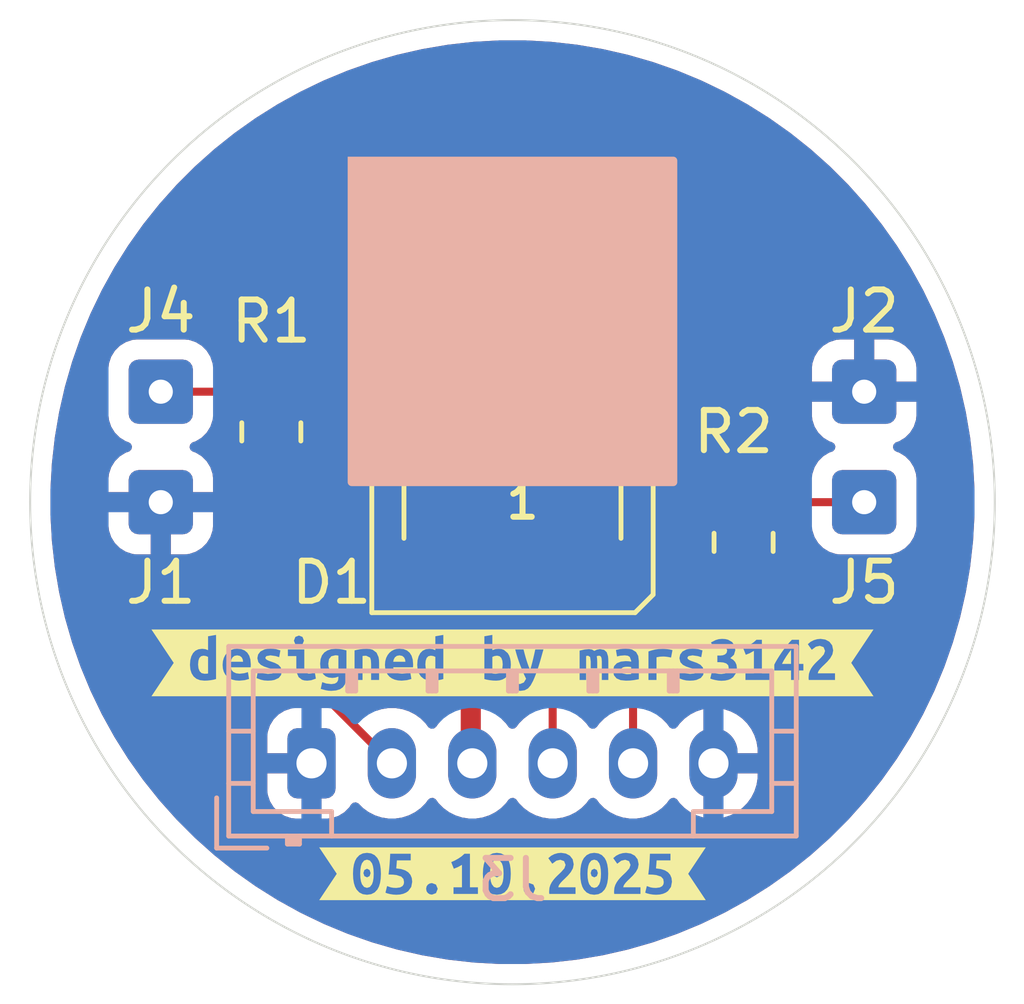
<source format=kicad_pcb>
(kicad_pcb (version 20241229) (generator "pcbnew") (generator_version "9.0")
  (title_block (title "Mole Beacon") (date "05.10.2025") (rev "1.0.0") (company "Peter Siegmund") (comment 1 "kicad@mars3142.org") (comment 2 "https://wiki.mars3142.dev/project/maerklin/warnemuende/lighthouse/start"))
  (layers (0 "F.Cu" signal) (2 "B.Cu" signal) (13 "F.Paste" user) (15 "B.Paste" user) (5 "F.SilkS" user "F.Silkscreen") (7 "B.SilkS" user "B.Silkscreen") (1 "F.Mask" user) (3 "B.Mask" user) (25 "Edge.Cuts" user))
  (net 0 "")
  (net 1 "GND")
  (net 2 "BEACON")
  (net 3 "+5V")
  (net 5 "OUTDOOR_L")
  (net 6 "OUTDOOR_R")
  (net 7 "Net-(J4-Pad1)")
  (net 8 "Net-(J5-Pad1)")
  (footprint "kibuzzard-6876A324" (layer "F.Cu") (at 100 64)
    (property "Reference" "kibuzzard-6876A324" (hide yes))
    (property "Value" "G***" (hide yes))
    (fp_poly (pts (xy 6.930533 -0.326333) (xy 6.870759 -0.247173) (xy 6.810178 -0.159128) (xy 6.752827 -0.066236) (xy 6.704362 0.025848) (xy 6.930533 0.025848) (xy 6.930533 -0.326333)) (fill yes) (layer "F.SilkS"))
    (fp_poly (pts (xy -6.702746 -0.027464) (xy -6.710824 -0.08643) (xy -6.736672 -0.137318) (xy -6.781906 -0.173667) (xy -6.849758 -0.187399) (xy -6.916801 -0.174475) (xy -6.963651 -0.138934) (xy -6.99273 -0.087237) (xy -7.006462 -0.027464) (xy -6.702746 -0.027464)) (fill yes) (layer "F.SilkS"))
    (fp_poly (pts (xy -2.663974 -0.027464) (xy -2.672052 -0.08643) (xy -2.6979 -0.137318) (xy -2.743134 -0.173667) (xy -2.810985 -0.187399) (xy -2.878029 -0.174475) (xy -2.924879 -0.138934) (xy -2.953958 -0.087237) (xy -2.96769 -0.027464) (xy -2.663974 -0.027464)) (fill yes) (layer "F.SilkS"))
    (fp_poly (pts (xy -4.583199 0.021002) (xy -4.574717 0.103595) (xy -4.549273 0.163974) (xy -4.442649 0.213247) (xy -4.382068 0.20517) (xy -4.331179 0.184168) (xy -4.331179 -0.180937) (xy -4.371567 -0.187399) (xy -4.408724 -0.189015) (xy -4.505654 -0.165679) (xy -4.563813 -0.095674) (xy -4.583199 0.021002)) (fill yes) (layer "F.SilkS"))
    (fp_poly (pts (xy 2.836834 0.282714) (xy 2.899838 0.281906) (xy 2.95315 0.277868) (xy 2.95315 0.103393) (xy 2.9063 0.097738) (xy 2.85622 0.095315) (xy 2.796446 0.099354) (xy 2.745557 0.113086) (xy 2.710824 0.140549) (xy 2.6979 0.187399) (xy 2.736672 0.260905) (xy 2.836834 0.282714)) (fill yes) (layer "F.SilkS"))
    (fp_poly (pts (xy -7.822294 0.040388) (xy -7.812803 0.132876) (xy -7.78433 0.206785) (xy -7.734855 0.25525) (xy -7.662359 0.271405) (xy -7.617124 0.26979) (xy -7.573506 0.264943) (xy -7.573506 -0.148627) (xy -7.625202 -0.170436) (xy -7.686591 -0.179321) (xy -7.747981 -0.165186) (xy -7.789984 -0.122779) (xy -7.814216 -0.053716) (xy -7.822294 0.040388)) (fill yes) (layer "F.SilkS"))
    (fp_poly (pts (xy -2.168013 0.040388) (xy -2.158522 0.132876) (xy -2.130048 0.206785) (xy -2.080574 0.25525) (xy -2.008078 0.271405) (xy -1.962843 0.26979) (xy -1.919225 0.264943) (xy -1.919225 -0.148627) (xy -1.970921 -0.170436) (xy -2.03231 -0.179321) (xy -2.0937 -0.165186) (xy -2.135703 -0.122779) (xy -2.159935 -0.053716) (xy -2.168013 0.040388)) (fill yes) (layer "F.SilkS"))
    (fp_poly (pts (xy -0.242326 0.040388) (xy -0.25101 -0.053716) (xy -0.27706 -0.122779) (xy -0.32088 -0.165186) (xy -0.382876 -0.179321) (xy -0.446688 -0.170436) (xy -0.500808 -0.148627) (xy -0.500808 0.263328) (xy -0.45315 0.26979) (xy -0.410339 0.271405) (xy -0.340872 0.258279) (xy -0.287561 0.218901) (xy -0.253635 0.148021) (xy -0.242326 0.040388)) (fill yes) (layer "F.SilkS"))
    (fp_poly (pts (xy -8.024233 -0.83091) (xy -8.42811 -0.83091) (xy -8.98205 -0.83091) (xy -8.42811 0) (xy -8.98205 0.83091) (xy -8.42811 0.83091) (xy -8.024233 0.83091) (xy -7.663974 0.83091) (xy -7.663974 0.442649) (xy -7.772842 0.430982) (xy -7.862502 0.395979) (xy -7.932956 0.337641) (xy -7.983665 0.25902) (xy -8.014091 0.163166) (xy -8.024233 0.050081) (xy -8.015706 -0.065069) (xy -7.990127 -0.162807) (xy -7.947496 -0.243134) (xy -7.888171 -0.302818) (xy -7.812511 -0.338629) (xy -7.720517 -0.350565) (xy -7.641357 -0.34168) (xy -7.573506 -0.31664) (xy -7.573506 -0.662359) (xy -7.374798 -0.696284) (xy -7.374798 0.402262) (xy -7.435784 0.418417) (xy -7.508885 0.431341) (xy -7.587237 0.439822) (xy -7.663974 0.442649) (xy -7.663974 0.83091) (xy -6.79483 0.83091) (xy -6.79483 0.442649) (xy -6.886712 0.436389) (xy -6.968498 0.417609) (xy -7.03958 0.386511) (xy -7.099354 0.343296) (xy -7.147213 0.288166) (xy -7.182553 0.221325) (xy -7.204362 0.142569) (xy -7.211632 0.051696) (xy -7.203958 -0.042407) (xy -7.180937 -0.124394) (xy -7.145396 -0.194063) (xy -7.100162 -0.251212) (xy -7.046446 -0.29584) (xy -6.98546 -0.327948) (xy -6.920032 -0.347334) (xy -6.852989 -0.353796) (xy -6.749955 -0.342757) (xy -6.664872 -0.309639) (xy -6.597738 -0.254443) (xy -6.549273 -0.178065) (xy -6.520194 -0.081404) (xy -6.510501 0.035541) (xy -6.511309 0.075929) (xy -6.513732 0.109855) (xy -7.006462 0.109855) (xy -6.991115 0.176292) (xy -6.945073 0.226979) (xy -6.874798 0.259087) (xy -6.786753 0.26979) (xy -6.672859 0.256866) (xy -6.581583 0.231018) (xy -6.55412 0.400646) (xy -6.663974 0.430533) (xy -6.79483 0.442649) (xy -6.79483 0.83091) (xy -6.087237 0.83091) (xy -6.087237 0.442649) (xy -6.178514 0.436995) (xy -6.25525 0.420032) (xy -6.366721 0.379645) (xy -6.336026 0.213247) (xy -6.21567 0.25525) (xy -6.085622 0.274637) (xy -5.974152 0.264136) (xy -5.93538 0.221325) (xy -5.947496 0.185784) (xy -5.981422 0.160743) (xy -6.031502 0.140549) (xy -6.090468 0.121163) (xy -6.179321 0.091276) (xy -6.261712 0.048465) (xy -6.323102 -0.016963) (xy -6.347334 -0.116317) (xy -6.328756 -0.207593) (xy -6.270598 -0.283522) (xy -6.169628 -0.335218) (xy -6.102181 -0.349152) (xy -6.022617 -0.353796) (xy -5.950929 -0.350969) (xy -5.884491 -0.342488) (xy -5.773829 -0.310178) (xy -5.804523 -0.142165) (xy -5.890145 -0.168821) (xy -6.021002 -0.187399) (xy -6.123586 -0.168821) (xy -6.150242 -0.129241) (xy -6.138126 -0.097738) (xy -6.105816 -0.072698) (xy -6.058966 -0.050889) (xy -6.001616 -0.030695) (xy -5.911147 0.001616) (xy -5.826333 0.046042) (xy -5.764136 0.113893) (xy -5.739903 0.214863) (xy -5.757674 0.303716) (xy -5.81664 0.376414) (xy -5.924071 0.424879) (xy -5.997981 0.438207) (xy -6.087237 0.442649) (xy -6.087237 0.83091) (xy -5.106624 0.83091) (xy -5.106624 0.442649) (xy -5.177908 0.436995) (xy -5.236672 0.420032) (xy -5.320679 0.354604) (xy -5.365105 0.250404) (xy -5.374798 0.184572) (xy -5.378029 0.109855) (xy -5.378029 -0.169628) (xy -5.588045 -0.169628) (xy -5.588045 -0.33441) (xy -5.313409 -0.33441) (xy -5.313409 -0.426494) (xy -5.401454 -0.46042) (xy -5.437803 -0.552504) (xy -5.401454 -0.646204) (xy -5.313409 -0.680129) (xy -5.224556 -0.646204) (xy -5.187399 -0.552504) (xy -5.224556 -0.46042) (xy -5.313409 -0.426494) (xy -5.313409 -0.33441) (xy -5.179321 -0.33441) (xy -5.179321 0.135703) (xy -5.154281 0.236672) (xy -5.071082 0.26979) (xy -5.004847 0.26252) (xy -4.917609 0.232633) (xy -4.891761 0.392569) (xy -5.00727 0.432149) (xy -5.106624 0.442649) (xy -5.106624 0.83091) (xy -4.508885 0.83091) (xy -4.508885 0.696284) (xy -4.578554 0.692649) (xy -4.645396 0.681745) (xy -4.770598 0.647819) (xy -4.733441 0.479806) (xy -4.634895 0.512924) (xy -4.505654 0.528271) (xy -4.420032 0.516155) (xy -4.366721 0.483037) (xy -4.339257 0.433764) (xy -4.331179 0.373183) (xy -4.331179 0.342488) (xy -4.407916 0.366721) (xy -4.483037 0.374798) (xy -4.574134 0.364387) (xy -4.649255 0.333154) (xy -4.708401 0.281099) (xy -4.751032 0.210555) (xy -4.776611 0.123856) (xy -4.785137 0.021002) (xy -4.773649 -0.093341) (xy -4.739185 -0.186502) (xy -4.681745 -0.258481) (xy -4.604559 -0.309639) (xy -4.51086 -0.340334) (xy -4.400646 -0.350565) (xy -4.315383 -0.346078) (xy -4.225453 -0.332615) (xy -4.130856 -0.310178) (xy -4.130856 0.332795) (xy -4.140819 0.44588) (xy -4.170705 0.537426) (xy -4.220517 0.607431) (xy -4.292407 0.656794) (xy -4.38853 0.686412) (xy -4.508885 0.696284) (xy -4.508885 0.83091) (xy -3.318255 0.83091) (xy -3.318255 0.424879) (xy -3.516963 0.424879) (xy -3.516963 0.022617) (xy -3.523021 -0.069063) (xy -3.541195 -0.130856) (xy -3.639742 -0.177706) (xy -3.684168 -0.17609) (xy -3.73021 -0.171244) (xy -3.73021 0.424879) (xy -3.928918 0.424879) (xy -3.928918 -0.310178) (xy -3.869346 -0.324313) (xy -3.797254 -0.337641) (xy -3.715468 -0.347334) (xy -3.626817 -0.350565) (xy -3.544023 -0.344305) (xy -3.476575 -0.325525) (xy -3.382068 -0.254443) (xy -3.332795 -0.144588) (xy -3.32189 -0.077342) (xy -3.318255 -0.003231) (xy -3.318255 0.424879) (xy -3.318255 0.83091) (xy -2.756058 0.83091) (xy -2.756058 0.442649) (xy -2.84794 0.436389) (xy -2.929725 0.417609) (xy -3.000808 0.386511) (xy -3.060582 0.343296) (xy -3.108441 0.288166) (xy -3.14378 0.221325) (xy -3.16559 0.142569) (xy -3.172859 0.051696) (xy -3.165186 -0.042407) (xy -3.142165 -0.124394) (xy -3.106624 -0.194063) (xy -3.061389 -0.251212) (xy -3.007674 -0.29584) (xy -2.946688 -0.327948) (xy -2.88126 -0.347334) (xy -2.814216 -0.353796) (xy -2.711183 -0.342757) (xy -2.626099 -0.309639) (xy -2.558966 -0.254443) (xy -2.510501 -0.178065) (xy -2.481422 -0.081404) (xy -2.471729 0.035541) (xy -2.472536 0.075929) (xy -2.47496 0.109855) (xy -2.96769 0.109855) (xy -2.952342 0.176292) (xy -2.9063 0.226979) (xy -2.836026 0.259087) (xy -2.747981 0.26979) (xy -2.634087 0.256866) (xy -2.542811 0.231018) (xy -2.515347 0.400646) (xy -2.625202 0.430533) (xy -2.756058 0.442649) (xy -2.756058 0.83091) (xy -2.009693 0.83091) (xy -2.009693 0.442649) (xy -2.11856 0.430982) (xy -2.208221 0.395979) (xy -2.278675 0.337641) (xy -2.329384 0.25902) (xy -2.35981 0.163166) (xy -2.369952 0.050081) (xy -2.361425 -0.065069) (xy -2.335846 -0.162807) (xy -2.293215 -0.243134) (xy -2.23389 -0.302818) (xy -2.15823 -0.338629) (xy -2.066236 -0.350565) (xy -1.987076 -0.34168) (xy -1.919225 -0.31664) (xy -1.919225 -0.662359) (xy -1.720517 -0.696284) (xy -1.720517 0.402262) (xy -1.781502 0.418417) (xy -1.854604 0.431341) (xy -1.932956 0.439822) (xy -2.009693 0.442649) (xy -2.009693 0.83091) (xy -0.405493 0.83091) (xy -0.405493 0.442649) (xy -0.483845 0.439822) (xy -0.563813 0.431341) (xy -0.638126 0.418417) (xy -0.699515 0.402262) (xy -0.699515 -0.662359) (xy -0.500808 -0.696284) (xy -0.500808 -0.31664) (xy -0.420032 -0.343296) (xy -0.342488 -0.350565) (xy -0.272617 -0.343498) (xy -0.211632 -0.322294) (xy -0.117124 -0.241519) (xy -0.083805 -0.183966) (xy -0.059774 -0.116317) (xy -0.045234 -0.03958) (xy -0.040388 0.045234) (xy -0.046446 0.131462) (xy -0.06462 0.209208) (xy -0.094507 0.277262) (xy -0.135703 0.33441) (xy -0.187803 0.38025) (xy -0.250404 0.414378) (xy -0.323102 0.435582) (xy -0.405493 0.442649) (xy -0.405493 0.83091) (xy 0.200323 0.83091) (xy 0.200323 0.696284) (xy 0.109047 0.688207) (xy 0.040388 0.667205) (xy 0.077544 0.500808) (xy 0.134895 0.521002) (xy 0.189015 0.526656) (xy 0.282714 0.487884) (xy 0.339257 0.3958) (xy 0.291869 0.296446) (xy 0.24448 0.187938) (xy 0.197092 0.070275) (xy 0.162359 -0.023778) (xy 0.129241 -0.122577) (xy 0.097738 -0.226121) (xy 0.067851 -0.33441) (xy 0.274637 -0.33441) (xy 0.307754 -0.206785) (xy 0.326939 -0.138934) (xy 0.347334 -0.071082) (xy 0.368942 -0.003837) (xy 0.391761 0.062197) (xy 0.439418 0.184168) (xy 0.473344 0.062197) (xy 0.490711 -0.003635) (xy 0.50727 -0.070275) (xy 0.523223 -0.13752) (xy 0.538772 -0.20517) (xy 0.567044 -0.33441) (xy 0.770598 -0.33441) (xy 0.740509 -0.228796) (xy 0.711632 -0.125202) (xy 0.682754 -0.023829) (xy 0.652666 0.075121) (xy 0.620961 0.17185) (xy 0.587237 0.266559) (xy 0.55109 0.359047) (xy 0.512116 0.449111) (xy 0.451535 0.560582) (xy 0.385299 0.637318) (xy 0.304523 0.681745) (xy 0.200323 0.696284) (xy 0.200323 0.83091) (xy 2.384491 0.83091) (xy 2.384491 0.424879) (xy 2.22294 0.424879) (xy 2.22294 -0.038772) (xy 2.217286 -0.11147) (xy 2.202746 -0.153473) (xy 2.181745 -0.172859) (xy 2.156704 -0.177706) (xy 2.12601 -0.175283) (xy 2.096931 -0.166397) (xy 2.105008 -0.098546) (xy 2.108239 -0.016155) (xy 2.108239 0.135703) (xy 1.946688 0.135703) (xy 1.946688 -0.038772) (xy 1.931341 -0.147011) (xy 1.882068 -0.177706) (xy 1.858643 -0.17609) (xy 1.831987 -0.171244) (xy 1.831987 0.424879) (xy 1.670436 0.424879) (xy 1.670436 -0.305331) (xy 1.79483 -0.332795) (xy 1.903069 -0.342488) (xy 1.978191 -0.331987) (xy 2.035541 -0.297254) (xy 2.100162 -0.328756) (xy 2.177706 -0.342488) (xy 2.281099 -0.323102) (xy 2.344911 -0.264943) (xy 2.376414 -0.167205) (xy 2.382472 -0.103191) (xy 2.384491 -0.029079) (xy 2.384491 0.424879) (xy 2.384491 0.83091) (xy 2.822294 0.83091) (xy 2.822294 0.442649) (xy 2.69063 0.429725) (xy 2.589661 0.386914) (xy 2.52504 0.30937) (xy 2.502423 0.192246) (xy 2.528271 0.080775) (xy 2.597738 0.008078) (xy 2.6979 -0.031502) (xy 2.815832 -0.043619) (xy 2.888934 -0.040388) (xy 2.95315 -0.030695) (xy 2.95315 -0.054927) (xy 2.917609 -0.149435) (xy 2.869144 -0.177908) (xy 2.79483 -0.187399) (xy 2.685784 -0.179321) (xy 2.600969 -0.159935) (xy 2.573506 -0.319871) (xy 2.678514 -0.343296) (xy 2.747577 -0.351171) (xy 2.819063 -0.353796) (xy 2.904887 -0.348344) (xy 2.97496 -0.331987) (xy 3.074313 -0.270598) (xy 3.127625 -0.173667) (xy 3.14378 -0.045234) (xy 3.14378 0.407108) (xy 3.01454 0.429725) (xy 2.923667 0.439418) (xy 2.822294 0.442649) (xy 2.822294 0.83091) (xy 3.583199 0.83091) (xy 3.583199 0.424879) (xy 3.382876 0.424879) (xy 3.382876 -0.28433) (xy 3.463045 -0.310582) (xy 3.545234 -0.331179) (xy 3.635501 -0.344507) (xy 3.739903 -0.34895) (xy 3.785945 -0.347334) (xy 3.849758 -0.34168) (xy 3.918417 -0.331987) (xy 3.980614 -0.31664) (xy 3.945073 -0.132472) (xy 3.899031 -0.142165) (xy 3.844911 -0.15105) (xy 3.791599 -0.156704) (xy 3.747981 -0.15832) (xy 3.66559 -0.154281) (xy 3.583199 -0.138934) (xy 3.583199 0.424879) (xy 3.583199 0.83091) (xy 4.41357 0.83091) (xy 4.41357 0.442649) (xy 4.322294 0.436995) (xy 4.245557 0.420032) (xy 4.134087 0.379645) (xy 4.164782 0.213247) (xy 4.285137 0.25525) (xy 4.415186 0.274637) (xy 4.526656 0.264136) (xy 4.565428 0.221325) (xy 4.553312 0.185784) (xy 4.519386 0.160743) (xy 4.469305 0.140549) (xy 4.410339 0.121163) (xy 4.321486 0.091276) (xy 4.239095 0.048465) (xy 4.177706 -0.016963) (xy 4.153473 -0.116317) (xy 4.172052 -0.207593) (xy 4.23021 -0.283522) (xy 4.331179 -0.335218) (xy 4.398627 -0.349152) (xy 4.478191 -0.353796) (xy 4.549879 -0.350969) (xy 4.616317 -0.342488) (xy 4.726979 -0.310178) (xy 4.696284 -0.142165) (xy 4.610662 -0.168821) (xy 4.479806 -0.187399) (xy 4.377221 -0.168821) (xy 4.350565 -0.129241) (xy 4.362682 -0.097738) (xy 4.394992 -0.072698) (xy 4.441842 -0.050889) (xy 4.499192 -0.030695) (xy 4.589661 0.001616) (xy 4.674475 0.046042) (xy 4.736672 0.113893) (xy 4.760905 0.214863) (xy 4.743134 0.303716) (xy 4.684168 0.376414) (xy 4.576737 0.424879) (xy 4.502827 0.438207) (xy 4.41357 0.442649) (xy 4.41357 0.83091) (xy 5.198708 0.83091) (xy 5.198708 0.44588) (xy 5.120355 0.440226) (xy 5.041195 0.426494) (xy 4.970921 0.408724) (xy 4.92084 0.390953) (xy 4.959612 0.224556) (xy 5.055735 0.258481) (xy 5.120557 0.271809) (xy 5.197092 0.276252) (xy 5.283724 0.265347) (xy 5.340065 0.232633) (xy 5.38126 0.124394) (xy 5.365509 0.057149) (xy 5.318255 0.013732) (xy 5.246769 -0.009895) (xy 5.15832 -0.017771) (xy 5.096931 -0.017771) (xy 5.096931 -0.182553) (xy 5.171244 -0.182553) (xy 5.232633 -0.189015) (xy 5.287561 -0.210016) (xy 5.327141 -0.248788) (xy 5.342488 -0.310178) (xy 5.30937 -0.396607) (xy 5.218094 -0.42811) (xy 5.105816 -0.409532) (xy 5.009693 -0.363489) (xy 4.938611 -0.508885) (xy 5.05412 -0.567851) (xy 5.130654 -0.590267) (xy 5.216478 -0.597738) (xy 5.295032 -0.592488) (xy 5.362682 -0.576737) (xy 5.465267 -0.517771) (xy 5.52504 -0.42811) (xy 5.544426 -0.31664) (xy 5.510501 -0.201939) (xy 5.420032 -0.117932) (xy 5.488893 -0.077948) (xy 5.540388 -0.022617) (xy 5.572496 0.046446) (xy 5.583199 0.127625) (xy 5.560582 0.25525) (xy 5.491115 0.35622) (xy 5.437803 0.394184) (xy 5.371567 0.422456) (xy 5.292003 0.440024) (xy 5.198708 0.44588) (xy 5.198708 0.83091) (xy 6.403877 0.83091) (xy 6.403877 0.424879) (xy 5.796446 0.424879) (xy 5.796446 0.260097) (xy 6.006462 0.260097) (xy 6.006462 -0.298869) (xy 5.903069 -0.241519) (xy 5.804523 -0.201939) (xy 5.739903 -0.366721) (xy 5.82391 -0.403877) (xy 5.914378 -0.453958) (xy 6 -0.512116) (xy 6.069467 -0.575121) (xy 6.20517 -0.575121) (xy 6.20517 0.260097) (xy 6.403877 0.260097) (xy 6.403877 0.424879) (xy 6.403877 0.83091) (xy 7.129241 0.83091) (xy 7.129241 0.424879) (xy 6.930533 0.424879) (xy 6.930533 0.189015) (xy 6.513732 0.189015) (xy 6.513732 0.043619) (xy 6.548869 -0.023627) (xy 6.592892 -0.099354) (xy 6.64378 -0.180331) (xy 6.699515 -0.263328) (xy 6.759289 -0.346729) (xy 6.822294 -0.428918) (xy 6.886914 -0.50626) (xy 6.951535 -0.575121) (xy 7.129241 -0.575121) (xy 7.129241 0.025848) (xy 7.23748 0.025848) (xy 7.23748 0.189015) (xy 7.129241 0.189015) (xy 7.129241 0.424879) (xy 7.129241 0.83091) (xy 8.024233 0.83091) (xy 8.024233 0.424879) (xy 7.371567 0.424879) (xy 7.367528 0.384491) (xy 7.368336 0.350565) (xy 7.375808 0.273021) (xy 7.398223 0.201939) (xy 7.432149 0.136712) (xy 7.474152 0.076737) (xy 7.521809 0.021405) (xy 7.572698 -0.029887) (xy 7.623586 -0.07815) (xy 7.671244 -0.124394) (xy 7.747173 -0.211632) (xy 7.77706 -0.297254) (xy 7.739903 -0.391761) (xy 7.646204 -0.424879) (xy 7.547658 -0.402262) (xy 7.44588 -0.326333) (xy 7.347334 -0.465267) (xy 7.417003 -0.524233) (xy 7.496769 -0.565428) (xy 7.581381 -0.589661) (xy 7.66559 -0.597738) (xy 7.783522 -0.579968) (xy 7.883683 -0.526656) (xy 7.95315 -0.436995) (xy 7.978998 -0.311793) (xy 7.959612 -0.212439) (xy 7.907916 -0.119548) (xy 7.835218 -0.03231) (xy 7.752827 0.048465) (xy 7.704362 0.094507) (xy 7.652666 0.149435) (xy 7.61147 0.206785) (xy 7.594507 0.260097) (xy 8.024233 0.260097) (xy 8.024233 0.424879) (xy 8.024233 0.83091) (xy 8.42811 0.83091) (xy 8.98205 0.83091) (xy 8.42811 0) (xy 8.98205 -0.83091) (xy 8.42811 -0.83091) (xy 8.024233 -0.83091) (xy -8.024233 -0.83091)) (fill yes) (layer "F.SilkS"))
  )
  (footprint "Resistor_SMD:R_0805_2012Metric_Pad1.20x1.40mm_HandSolder" (layer "F.Cu") (at 94 58.25 -90)
    (property "Reference" "R1" (at -2.75 0 180) (layer "F.SilkS"))
    (property "Value" "100R")
    (fp_line (start -0.227064 0.735) (end 0.227064 0.735) (stroke (width 0.12)) (layer "F.SilkS"))
    (fp_line (start -0.227064 -0.735) (end 0.227064 -0.735) (stroke (width 0.12)) (layer "F.SilkS"))
    (pad "1" smd roundrect (at -1 0 270) (size 1.2 1.4) (layers "F.Cu" "F.Mask" "F.Paste") (roundrect_rratio 0.208333) (net 7 "Net-(J4-Pad1)"))
    (pad "2" smd roundrect (at 1 0 270) (size 1.2 1.4) (layers "F.Cu" "F.Mask" "F.Paste") (roundrect_rratio 0.208333) (net 5 "OUTDOOR_L"))
  )
  (footprint "Connector_Wire:SolderWire-0.1sqmm_1x01_D0.4mm_OD1mm" (layer "F.Cu") (at 91.25 57.25)
    (property "Reference" "J4" (at 0 -2 0) (layer "F.SilkS"))
    (property "Value" "LED 1 +")
    (pad "1" thru_hole roundrect (at 0 0) (size 1.6 1.6) (drill 0.6) (layers "*.Cu" "*.Mask") (roundrect_rratio 0.15625) (net 7 "Net-(J4-Pad1)"))
  )
  (footprint "Connector_Wire:SolderWire-0.1sqmm_1x01_D0.4mm_OD1mm" (layer "F.Cu") (at 108.75 60)
    (property "Reference" "J5" (at 0 2 0) (layer "F.SilkS"))
    (property "Value" "LED 2 +")
    (pad "1" thru_hole roundrect (at 0 0) (size 1.6 1.6) (drill 0.6) (layers "*.Cu" "*.Mask") (roundrect_rratio 0.15625) (net 8 "Net-(J5-Pad1)"))
  )
  (footprint "kibuzzard-68711898" (layer "F.Cu") (at 100 69.25)
    (property "Reference" "kibuzzard-68711898" (hide yes))
    (property "Value" "G***" (hide yes))
    (fp_poly (pts (xy -3.452342 -0.001616) (xy -3.457099 -0.106713) (xy -3.47137 -0.193682) (xy -3.495153 -0.26252) (xy -3.547859 -0.329766) (xy -3.620355 -0.352181) (xy -3.691842 -0.329766) (xy -3.74475 -0.26252) (xy -3.768982 -0.193682) (xy -3.783522 -0.106713) (xy -3.788368 -0.001616) (xy -3.783522 0.10438) (xy -3.768982 0.191887) (xy -3.74475 0.260905) (xy -3.691842 0.32815) (xy -3.620355 0.350565) (xy -3.61874 0.350066) (xy -3.61874 0.088853) (xy -3.684976 0.057351) (xy -3.709208 -0.017771) (xy -3.684976 -0.0937) (xy -3.61874 -0.12601) (xy -3.554927 -0.0937) (xy -3.529887 -0.017771) (xy -3.554927 0.057351) (xy -3.61874 0.088853) (xy -3.61874 0.350066) (xy -3.547859 0.32815) (xy -3.495153 0.260905) (xy -3.47137 0.191887) (xy -3.457099 0.10438) (xy -3.452342 -0.001616)) (fill yes) (layer "F.SilkS"))
    (fp_poly (pts (xy -0.221325 -0.001616) (xy -0.226081 -0.106713) (xy -0.240352 -0.193682) (xy -0.264136 -0.26252) (xy -0.316842 -0.329766) (xy -0.389338 -0.352181) (xy -0.460824 -0.329766) (xy -0.513732 -0.26252) (xy -0.537964 -0.193682) (xy -0.552504 -0.106713) (xy -0.557351 -0.001616) (xy -0.552504 0.10438) (xy -0.537964 0.191887) (xy -0.513732 0.260905) (xy -0.460824 0.32815) (xy -0.389338 0.350565) (xy -0.387722 0.350066) (xy -0.387722 0.088853) (xy -0.453958 0.057351) (xy -0.478191 -0.017771) (xy -0.453958 -0.0937) (xy -0.387722 -0.12601) (xy -0.32391 -0.0937) (xy -0.298869 -0.017771) (xy -0.32391 0.057351) (xy -0.387722 0.088853) (xy -0.387722 0.350066) (xy -0.316842 0.32815) (xy -0.264136 0.260905) (xy -0.240352 0.191887) (xy -0.226081 0.10438) (xy -0.221325 -0.001616)) (fill yes) (layer "F.SilkS"))
    (fp_poly (pts (xy 2.201939 -0.001616) (xy 2.197182 -0.106713) (xy 2.182912 -0.193682) (xy 2.159128 -0.26252) (xy 2.106422 -0.329766) (xy 2.033926 -0.352181) (xy 1.962439 -0.329766) (xy 1.909532 -0.26252) (xy 1.885299 -0.193682) (xy 1.870759 -0.106713) (xy 1.865913 -0.001616) (xy 1.870759 0.10438) (xy 1.885299 0.191887) (xy 1.909532 0.260905) (xy 1.962439 0.32815) (xy 2.033926 0.350565) (xy 2.035541 0.350066) (xy 2.035541 0.088853) (xy 1.969305 0.057351) (xy 1.945073 -0.017771) (xy 1.969305 -0.0937) (xy 2.035541 -0.12601) (xy 2.099354 -0.0937) (xy 2.124394 -0.017771) (xy 2.099354 0.057351) (xy 2.035541 0.088853) (xy 2.035541 0.350066) (xy 2.106422 0.32815) (xy 2.159128 0.260905) (xy 2.182912 0.191887) (xy 2.197182 0.10438) (xy 2.201939 -0.001616)) (fill yes) (layer "F.SilkS"))
    (fp_poly (pts (xy -3.96769 -0.656435) (xy -4.371567 -0.656435) (xy -4.80919 -0.656435) (xy -4.371567 0) (xy -4.80919 0.656435) (xy -4.371567 0.656435) (xy -3.96769 0.656435) (xy -3.620355 0.656435) (xy -3.620355 0.521809) (xy -3.724466 0.507449) (xy -3.810626 0.464369) (xy -3.878837 0.392569) (xy -3.91771 0.319467) (xy -3.945477 0.229402) (xy -3.962137 0.122375) (xy -3.96769 -0.001616) (xy -3.962036 -0.124192) (xy -3.945073 -0.23021) (xy -3.916801 -0.319669) (xy -3.877221 -0.392569) (xy -3.808472 -0.464369) (xy -3.72285 -0.507449) (xy -3.620355 -0.521809) (xy -3.516245 -0.507539) (xy -3.430084 -0.464728) (xy -3.361874 -0.393376) (xy -3.323001 -0.320729) (xy -3.295234 -0.23122) (xy -3.278574 -0.124849) (xy -3.273021 -0.001616) (xy -3.278574 0.122375) (xy -3.295234 0.229402) (xy -3.323001 0.319467) (xy -3.361874 0.392569) (xy -3.430084 0.464369) (xy -3.516245 0.507449) (xy -3.620355 0.521809) (xy -3.620355 0.656435) (xy -2.890145 0.656435) (xy -2.890145 0.521809) (xy -2.969305 0.516963) (xy -3.04685 0.504847) (xy -3.113893 0.487884) (xy -3.159935 0.470113) (xy -3.119548 0.305331) (xy -3.029079 0.337641) (xy -2.967286 0.348546) (xy -2.891761 0.352181) (xy -2.795638 0.339257) (xy -2.735864 0.306139) (xy -2.705977 0.260097) (xy -2.6979 0.206785) (xy -2.711632 0.130048) (xy -2.766559 0.070275) (xy -2.883683 0.031502) (xy -2.971325 0.021204) (xy -3.082391 0.017771) (xy -3.067851 -0.116519) (xy -3.056543 -0.247981) (xy -3.048061 -0.375808) (xy -3.042003 -0.499192) (xy -2.531502 -0.499192) (xy -2.531502 -0.33441) (xy -2.875606 -0.33441) (xy -2.883683 -0.226171) (xy -2.891761 -0.134087) (xy -2.769521 -0.117573) (xy -2.669898 -0.085263) (xy -2.592892 -0.037157) (xy -2.538144 0.026387) (xy -2.505295 0.105008) (xy -2.494346 0.198708) (xy -2.518578 0.327141) (xy -2.592892 0.429725) (xy -2.649031 0.468498) (xy -2.717286 0.497577) (xy -2.797658 0.515751) (xy -2.890145 0.521809) (xy -2.890145 0.656435) (xy -2.003231 0.656435) (xy -2.003231 0.518578) (xy -2.058158 0.508885) (xy -2.1042 0.480614) (xy -2.136511 0.43538) (xy -2.148627 0.373183) (xy -2.136511 0.312601) (xy -2.1042 0.268174) (xy -2.058158 0.240711) (xy -2.003231 0.231018) (xy -1.903069 0.268174) (xy -1.859451 0.373183) (xy -1.903069 0.481422) (xy -2.003231 0.518578) (xy -2.003231 0.656435) (xy -0.859451 0.656435) (xy -0.859451 0.500808) (xy -1.466882 0.500808) (xy -1.466882 0.336026) (xy -1.256866 0.336026) (xy -1.256866 -0.22294) (xy -1.360258 -0.16559) (xy -1.458805 -0.12601) (xy -1.523425 -0.290792) (xy -1.439418 -0.327948) (xy -1.34895 -0.378029) (xy -1.263328 -0.436187) (xy -1.193861 -0.499192) (xy -1.058158 -0.499192) (xy -1.058158 0.336026) (xy -0.859451 0.336026) (xy -0.859451 0.500808) (xy -0.859451 0.656435) (xy -0.389338 0.656435) (xy -0.389338 0.521809) (xy -0.493448 0.507449) (xy -0.579609 0.464369) (xy -0.647819 0.392569) (xy -0.686692 0.319467) (xy -0.714459 0.229402) (xy -0.731119 0.122375) (xy -0.736672 -0.001616) (xy -0.731018 -0.124192) (xy -0.714055 -0.23021) (xy -0.685784 -0.319669) (xy -0.646204 -0.392569) (xy -0.577455 -0.464369) (xy -0.491833 -0.507449) (xy -0.389338 -0.521809) (xy -0.285227 -0.507539) (xy -0.199067 -0.464728) (xy -0.130856 -0.393376) (xy -0.091983 -0.320729) (xy -0.064216 -0.23122) (xy -0.047557 -0.124849) (xy -0.042003 -0.001616) (xy -0.047557 0.122375) (xy -0.064216 0.229402) (xy -0.091983 0.319467) (xy -0.130856 0.392569) (xy -0.199067 0.464369) (xy -0.285227 0.507449) (xy -0.389338 0.521809) (xy -0.389338 0.656435) (xy 0.420032 0.656435) (xy 0.420032 0.518578) (xy 0.365105 0.508885) (xy 0.319063 0.480614) (xy 0.286753 0.43538) (xy 0.274637 0.373183) (xy 0.286753 0.312601) (xy 0.319063 0.268174) (xy 0.365105 0.240711) (xy 0.420032 0.231018) (xy 0.520194 0.268174) (xy 0.563813 0.373183) (xy 0.520194 0.481422) (xy 0.420032 0.518578) (xy 0.420032 0.656435) (xy 1.568659 0.656435) (xy 1.568659 0.500808) (xy 0.915994 0.500808) (xy 0.911955 0.46042) (xy 0.912763 0.426494) (xy 0.920234 0.34895) (xy 0.942649 0.277868) (xy 0.976575 0.212641) (xy 1.018578 0.152666) (xy 1.066236 0.097334) (xy 1.117124 0.046042) (xy 1.168013 -0.002221) (xy 1.21567 -0.048465) (xy 1.291599 -0.135703) (xy 1.321486 -0.221325) (xy 1.28433 -0.315832) (xy 1.19063 -0.34895) (xy 1.092084 -0.326333) (xy 0.990307 -0.250404) (xy 0.891761 -0.389338) (xy 0.96143 -0.448304) (xy 1.041195 -0.489499) (xy 1.125808 -0.513732) (xy 1.210016 -0.521809) (xy 1.327948 -0.504039) (xy 1.42811 -0.450727) (xy 1.497577 -0.361066) (xy 1.523425 -0.235864) (xy 1.504039 -0.136511) (xy 1.452342 -0.043619) (xy 1.379645 0.043619) (xy 1.297254 0.124394) (xy 1.248788 0.170436) (xy 1.197092 0.225363) (xy 1.155897 0.282714) (xy 1.138934 0.336026) (xy 1.568659 0.336026) (xy 1.568659 0.500808) (xy 1.568659 0.656435) (xy 2.033926 0.656435) (xy 2.033926 0.521809) (xy 1.929815 0.507449) (xy 1.843655 0.464369) (xy 1.775444 0.392569) (xy 1.736571 0.319467) (xy 1.708805 0.229402) (xy 1.692145 0.122375) (xy 1.686591 -0.001616) (xy 1.692246 -0.124192) (xy 1.709208 -0.23021) (xy 1.73748 -0.319669) (xy 1.77706 -0.392569) (xy 1.845809 -0.464369) (xy 1.931431 -0.507449) (xy 2.033926 -0.521809) (xy 2.138036 -0.507539) (xy 2.224197 -0.464728) (xy 2.292407 -0.393376) (xy 2.33128 -0.320729) (xy 2.359047 -0.23122) (xy 2.375707 -0.124849) (xy 2.38126 -0.001616) (xy 2.375707 0.122375) (xy 2.359047 0.229402) (xy 2.33128 0.319467) (xy 2.292407 0.392569) (xy 2.224197 0.464369) (xy 2.138036 0.507449) (xy 2.033926 0.521809) (xy 2.033926 0.656435) (xy 3.184168 0.656435) (xy 3.184168 0.500808) (xy 2.531502 0.500808) (xy 2.527464 0.46042) (xy 2.528271 0.426494) (xy 2.535743 0.34895) (xy 2.558158 0.277868) (xy 2.592084 0.212641) (xy 2.634087 0.152666) (xy 2.681745 0.097334) (xy 2.732633 0.046042) (xy 2.783522 -0.002221) (xy 2.831179 -0.048465) (xy 2.907108 -0.135703) (xy 2.936995 -0.221325) (xy 2.899838 -0.315832) (xy 2.806139 -0.34895) (xy 2.707593 -0.326333) (xy 2.605816 -0.250404) (xy 2.50727 -0.389338) (xy 2.576939 -0.448304) (xy 2.656704 -0.489499) (xy 2.741317 -0.513732) (xy 2.825525 -0.521809) (xy 2.943457 -0.504039) (xy 3.043619 -0.450727) (xy 3.113086 -0.361066) (xy 3.138934 -0.235864) (xy 3.119548 -0.136511) (xy 3.067851 -0.043619) (xy 2.995153 0.043619) (xy 2.912763 0.124394) (xy 2.864297 0.170436) (xy 2.812601 0.225363) (xy 2.771405 0.282714) (xy 2.754443 0.336026) (xy 3.184168 0.336026) (xy 3.184168 0.500808) (xy 3.184168 0.656435) (xy 3.57189 0.656435) (xy 3.57189 0.521809) (xy 3.49273 0.516963) (xy 3.415186 0.504847) (xy 3.348142 0.487884) (xy 3.3021 0.470113) (xy 3.342488 0.305331) (xy 3.432956 0.337641) (xy 3.49475 0.348546) (xy 3.570275 0.352181) (xy 3.666397 0.339257) (xy 3.726171 0.306139) (xy 3.756058 0.260097) (xy 3.764136 0.206785) (xy 3.750404 0.130048) (xy 3.695477 0.070275) (xy 3.578352 0.031502) (xy 3.490711 0.021204) (xy 3.379645 0.017771) (xy 3.394184 -0.116519) (xy 3.405493 -0.247981) (xy 3.413974 -0.375808) (xy 3.420032 -0.499192) (xy 3.930533 -0.499192) (xy 3.930533 -0.33441) (xy 3.58643 -0.33441) (xy 3.578352 -0.226171) (xy 3.570275 -0.134087) (xy 3.692515 -0.117573) (xy 3.792138 -0.085263) (xy 3.869144 -0.037157) (xy 3.923892 0.026387) (xy 3.95674 0.105008) (xy 3.96769 0.198708) (xy 3.943457 0.327141) (xy 3.869144 0.429725) (xy 3.813005 0.468498) (xy 3.74475 0.497577) (xy 3.664378 0.515751) (xy 3.57189 0.521809) (xy 3.57189 0.656435) (xy 3.96769 0.656435) (xy 4.371567 0.656435) (xy 4.80919 0.656435) (xy 4.371567 0) (xy 4.80919 -0.656435) (xy 4.371567 -0.656435) (xy 3.96769 -0.656435) (xy -3.96769 -0.656435)) (fill yes) (layer "F.SilkS"))
  )
  (footprint "Capacitor_SMD:C_0805_2012Metric_Pad1.18x1.45mm_HandSolder" (layer "F.Cu") (at 100 55.25)
    (property "Reference" "C1" (at 3.0375 0 180) (layer "F.SilkS"))
    (property "Value" "100nF")
    (fp_line (start -0.261252 -0.735) (end 0.261252 -0.735) (stroke (width 0.12)) (layer "F.SilkS"))
    (fp_line (start -0.261252 0.735) (end 0.261252 0.735) (stroke (width 0.12)) (layer "F.SilkS"))
    (pad "1" smd roundrect (at -1.0375 0) (size 1.175 1.45) (layers "F.Cu" "F.Mask" "F.Paste") (roundrect_rratio 0.212766) (net 3 "+5V"))
    (pad "2" smd roundrect (at 1.0375 0) (size 1.175 1.45) (layers "F.Cu" "F.Mask" "F.Paste") (roundrect_rratio 0.212766) (net 1 "GND"))
  )
  (footprint "Connector_Wire:SolderWire-0.1sqmm_1x01_D0.4mm_OD1mm" (layer "F.Cu") (at 91.25 60)
    (property "Reference" "J1" (at 0 2 0) (layer "F.SilkS"))
    (property "Value" "LED 1 -")
    (pad "1" thru_hole roundrect (at 0 0) (size 1.6 1.6) (drill 0.6) (layers "*.Cu" "*.Mask") (roundrect_rratio 0.15625) (net 1 "GND"))
  )
  (footprint "LED_SMD:LED_WS2812B_PLCC4_5.0x5.0mm_P3.2mm" (layer "F.Cu") (at 100 60)
    (property "Reference" "D1" (at -4.5 2 0) (layer "F.SilkS"))
    (property "Value" "WS2812B")
    (fp_line (start -3.5 -2.75) (end -3.5 2.75) (stroke (width 0.12)) (layer "F.SilkS"))
    (fp_line (start -3.5 -2.75) (end 3.5 -2.75) (stroke (width 0.12)) (layer "F.SilkS"))
    (fp_line (start -3.5 2.75) (end 3.05 2.75) (stroke (width 0.12)) (layer "F.SilkS"))
    (fp_line (start -2.7 0.9) (end -2.7 -0.9) (stroke (width 0.12)) (layer "F.SilkS"))
    (fp_line (start 2.7 0.9) (end 2.7 -0.9) (stroke (width 0.12)) (layer "F.SilkS"))
    (fp_line (start 3.05 2.75) (end 3.5 2.3) (stroke (width 0.12)) (layer "F.SilkS"))
    (fp_line (start 3.5 2.3) (end 3.5 -2.75) (stroke (width 0.12)) (layer "F.SilkS"))
    (fp_text user "1" (at 0.25 0 0) (layer "F.SilkS") (effects (font (size 0.8 0.8))))
    (pad "1" smd roundrect (at -2.45 -1.65) (size 1.5 0.9) (layers "F.Cu" "F.Mask" "F.Paste") (roundrect_rratio 0.1) (net 3 "+5V"))
    (pad "2" smd roundrect (at -2.45 1.65) (size 1.5 0.9) (layers "F.Cu" "F.Mask" "F.Paste") (roundrect_rratio 0.1))
    (pad "3" smd roundrect (at 2.45 1.65) (size 1.5 0.9) (layers "F.Cu" "F.Mask" "F.Paste") (roundrect_rratio 0.1) (net 1 "GND"))
    (pad "4" smd roundrect (at 2.45 -1.65) (size 1.5 0.9) (layers "F.Cu" "F.Mask" "F.Paste") (roundrect_rratio 0.1) (net 2 "BEACON"))
  )
  (footprint "Connector_Wire:SolderWire-0.1sqmm_1x01_D0.4mm_OD1mm" (layer "F.Cu") (at 108.75 57.25)
    (property "Reference" "J2" (at 0 -2 0) (layer "F.SilkS"))
    (property "Value" "LED 2 -")
    (pad "1" thru_hole roundrect (at 0 0) (size 1.6 1.6) (drill 0.6) (layers "*.Cu" "*.Mask") (roundrect_rratio 0.15625) (net 1 "GND"))
  )
  (footprint "Resistor_SMD:R_0805_2012Metric_Pad1.20x1.40mm_HandSolder" (layer "F.Cu") (at 105.75 61 -90)
    (property "Reference" "R2" (at -2.75 0.25 0) (layer "F.SilkS"))
    (property "Value" "100R")
    (fp_line (start -0.227064 0.735) (end 0.227064 0.735) (stroke (width 0.12)) (layer "F.SilkS"))
    (fp_line (start -0.227064 -0.735) (end 0.227064 -0.735) (stroke (width 0.12)) (layer "F.SilkS"))
    (pad "1" smd roundrect (at -1 0 270) (size 1.2 1.4) (layers "F.Cu" "F.Mask" "F.Paste") (roundrect_rratio 0.208333) (net 8 "Net-(J5-Pad1)"))
    (pad "2" smd roundrect (at 1 0 270) (size 1.2 1.4) (layers "F.Cu" "F.Mask" "F.Paste") (roundrect_rratio 0.208333) (net 6 "OUTDOOR_R"))
  )
  (footprint "Connector_JST:JST_PH_B6B-PH-K_1x06_P2.00mm_Vertical" (layer "B.Cu") (at 95 66.5)
    (property "Reference" "J3" (at 5 2.9 180) (layer "B.SilkS") (effects (justify mirror)))
    (property "Value" "Conn_01x06_Socket")
    (fp_line (start -2.36 2.11) (end -2.36 0.86) (stroke (width 0.12)) (layer "B.SilkS"))
    (fp_line (start -2.06 -2.91) (end 12.06 -2.91) (stroke (width 0.12)) (layer "B.SilkS"))
    (fp_line (start -2.06 -0.8) (end -1.45 -0.8) (stroke (width 0.12)) (layer "B.SilkS"))
    (fp_line (start -2.06 0.5) (end -1.45 0.5) (stroke (width 0.12)) (layer "B.SilkS"))
    (fp_line (start -2.06 1.81) (end -2.06 -2.91) (stroke (width 0.12)) (layer "B.SilkS"))
    (fp_line (start -1.45 -2.3) (end 11.45 -2.3) (stroke (width 0.12)) (layer "B.SilkS"))
    (fp_line (start -1.45 1.2) (end -1.45 -2.3) (stroke (width 0.12)) (layer "B.SilkS"))
    (fp_line (start -1.11 2.11) (end -2.36 2.11) (stroke (width 0.12)) (layer "B.SilkS"))
    (fp_line (start -0.6 2.01) (end -0.6 1.81) (stroke (width 0.12)) (layer "B.SilkS"))
    (fp_line (start -0.3 1.81) (end -0.3 2.01) (stroke (width 0.12)) (layer "B.SilkS"))
    (fp_line (start -0.3 1.91) (end -0.6 1.91) (stroke (width 0.12)) (layer "B.SilkS"))
    (fp_line (start -0.3 2.01) (end -0.6 2.01) (stroke (width 0.12)) (layer "B.SilkS"))
    (fp_line (start 0.5 1.2) (end -1.45 1.2) (stroke (width 0.12)) (layer "B.SilkS"))
    (fp_line (start 0.5 1.81) (end 0.5 1.2) (stroke (width 0.12)) (layer "B.SilkS"))
    (fp_line (start 0.9 -2.3) (end 0.9 -1.8) (stroke (width 0.12)) (layer "B.SilkS"))
    (fp_line (start 0.9 -1.8) (end 1.1 -1.8) (stroke (width 0.12)) (layer "B.SilkS"))
    (fp_line (start 1 -2.3) (end 1 -1.8) (stroke (width 0.12)) (layer "B.SilkS"))
    (fp_line (start 1.1 -1.8) (end 1.1 -2.3) (stroke (width 0.12)) (layer "B.SilkS"))
    (fp_line (start 2.9 -2.3) (end 2.9 -1.8) (stroke (width 0.12)) (layer "B.SilkS"))
    (fp_line (start 2.9 -1.8) (end 3.1 -1.8) (stroke (width 0.12)) (layer "B.SilkS"))
    (fp_line (start 3 -2.3) (end 3 -1.8) (stroke (width 0.12)) (layer "B.SilkS"))
    (fp_line (start 3.1 -1.8) (end 3.1 -2.3) (stroke (width 0.12)) (layer "B.SilkS"))
    (fp_line (start 4.9 -2.3) (end 4.9 -1.8) (stroke (width 0.12)) (layer "B.SilkS"))
    (fp_line (start 4.9 -1.8) (end 5.1 -1.8) (stroke (width 0.12)) (layer "B.SilkS"))
    (fp_line (start 5 -2.3) (end 5 -1.8) (stroke (width 0.12)) (layer "B.SilkS"))
    (fp_line (start 5.1 -1.8) (end 5.1 -2.3) (stroke (width 0.12)) (layer "B.SilkS"))
    (fp_line (start 6.9 -2.3) (end 6.9 -1.8) (stroke (width 0.12)) (layer "B.SilkS"))
    (fp_line (start 6.9 -1.8) (end 7.1 -1.8) (stroke (width 0.12)) (layer "B.SilkS"))
    (fp_line (start 7 -2.3) (end 7 -1.8) (stroke (width 0.12)) (layer "B.SilkS"))
    (fp_line (start 7.1 -1.8) (end 7.1 -2.3) (stroke (width 0.12)) (layer "B.SilkS"))
    (fp_line (start 8.9 -2.3) (end 8.9 -1.8) (stroke (width 0.12)) (layer "B.SilkS"))
    (fp_line (start 8.9 -1.8) (end 9.1 -1.8) (stroke (width 0.12)) (layer "B.SilkS"))
    (fp_line (start 9 -2.3) (end 9 -1.8) (stroke (width 0.12)) (layer "B.SilkS"))
    (fp_line (start 9.1 -1.8) (end 9.1 -2.3) (stroke (width 0.12)) (layer "B.SilkS"))
    (fp_line (start 9.5 1.2) (end 9.5 1.81) (stroke (width 0.12)) (layer "B.SilkS"))
    (fp_line (start 11.45 -2.3) (end 11.45 1.2) (stroke (width 0.12)) (layer "B.SilkS"))
    (fp_line (start 11.45 1.2) (end 9.5 1.2) (stroke (width 0.12)) (layer "B.SilkS"))
    (fp_line (start 12.06 -2.91) (end 12.06 1.81) (stroke (width 0.12)) (layer "B.SilkS"))
    (fp_line (start 12.06 -0.8) (end 11.45 -0.8) (stroke (width 0.12)) (layer "B.SilkS"))
    (fp_line (start 12.06 0.5) (end 11.45 0.5) (stroke (width 0.12)) (layer "B.SilkS"))
    (fp_line (start 12.06 1.81) (end -2.06 1.81) (stroke (width 0.12)) (layer "B.SilkS"))
    (pad "1" thru_hole roundrect (at 0 0) (size 1.2 1.75) (drill 0.75) (layers "*.Cu" "*.Mask") (roundrect_rratio 0.208333) (net 1 "GND"))
    (pad "2" thru_hole oval (at 2 0) (size 1.2 1.75) (drill 0.75) (layers "*.Cu" "*.Mask") (net 5 "OUTDOOR_L"))
    (pad "3" thru_hole oval (at 4 0) (size 1.2 1.75) (drill 0.75) (layers "*.Cu" "*.Mask") (net 3 "+5V"))
    (pad "4" thru_hole oval (at 6 0) (size 1.2 1.75) (drill 0.75) (layers "*.Cu" "*.Mask") (net 2 "BEACON"))
    (pad "5" thru_hole oval (at 8 0) (size 1.2 1.75) (drill 0.75) (layers "*.Cu" "*.Mask") (net 6 "OUTDOOR_R"))
    (pad "6" thru_hole oval (at 10 0) (size 1.2 1.75) (drill 0.75) (layers "*.Cu" "*.Mask") (net 1 "GND"))
  )
  (gr_rect (start 96 51.5) (end 104 59.5) (stroke (width 0.2)) (fill yes) (layer "B.SilkS"))
  (gr_circle (center 100 60) (end 112 60) (stroke (width 0.05)) (fill no) (layer "Edge.Cuts"))
  (segment (start 101 66.5) (end 101 59.8) (width 0.2) (layer "F.Cu") (net 2))
  (segment (start 101 59.8) (end 102.45 58.35) (width 0.2) (layer "F.Cu") (net 2))
  (segment (start 98.9625 55.25) (end 98.9625 56.9375) (width 0.5) (layer "F.Cu") (net 3))
  (segment (start 98.9625 56.9375) (end 97.55 58.35) (width 0.5) (layer "F.Cu") (net 3))
  (segment (start 98.9625 55.25) (end 98.9625 66.4625) (width 0.5) (layer "F.Cu") (net 3))
  (segment (start 98.9625 66.4625) (end 99 66.5) (width 0.5) (layer "F.Cu") (net 3))
  (segment (start 97 66.5) (end 94 63.5) (width 0.2) (layer "F.Cu") (net 5))
  (segment (start 94 63.5) (end 94 59.25) (width 0.2) (layer "F.Cu") (net 5))
  (segment (start 103 64.75) (end 105.75 62) (width 0.2) (layer "F.Cu") (net 6))
  (segment (start 103 66.5) (end 103 64.75) (width 0.2) (layer "F.Cu") (net 6))
  (segment (start 94 57.25) (end 91.25 57.25) (width 0.2) (layer "F.Cu") (net 7))
  (segment (start 105.75 60) (end 108.75 60) (width 0.2) (layer "F.Cu") (net 8))
  (zone (net 1) (net_name "GND") (layers "F.Cu" "B.Cu") (connect_pads (clearance 0.5)) (min_thickness 0.25) (fill yes (thermal_gap 0.5) (thermal_bridge_width 0.5))
    (polygon (pts (xy 87.25 47.5) (xy 112.75 47.5) (xy 112.75 72.5) (xy 87.25 72.5)))
  )
)
</source>
